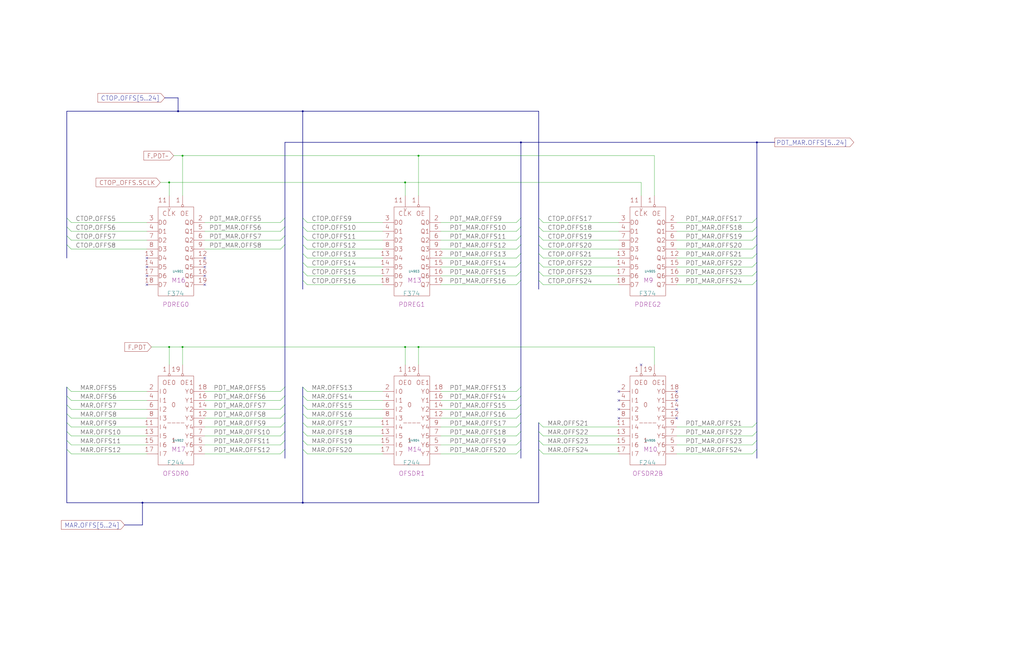
<source format=kicad_sch>
(kicad_sch (version 20211123) (generator eeschema)
  (paper "User" 584.2 378.46)
  (title_block (title "CSA OFFSET SELECT") (date "20-MAR-90") (rev "1.0") (comment 1 "FIU") (comment 2 "232-003065") (comment 3 "S400") (comment 4 "RELEASED"))
  (lib_symbols
    (symbol "r1000:F244" (pin_numbers hide) (pin_names (offset 1.016) hide)
      (property "Reference" "U" (at 2.54 5.08 0))
      (property "Value" "F244" (at -3.81 -7.62 0))
      (property "Location" "___" (at -1.27 0 0))
      (property "Name" "______" (at 1.27 -15.24 0))
      (symbol "F244_1_1"
        (rectangle (start -8.89 41.91) (end 11.43 -8.89))
        (circle (center -2.54 42.545) (radius 0.635))
        (circle (center 5.08 42.545) (radius 0.635))
        (text "-" (at -2.54 15.24 0) (effects (font (size 2.54 2.54))))
        (text "-" (at 0 15.24 0) (effects (font (size 2.54 2.54))))
        (text "-" (at 2.54 15.24 0) (effects (font (size 2.54 2.54))))
        (text "-" (at 5.08 15.24 0) (effects (font (size 2.54 2.54))))
        (text "0" (at -5.08 33.02 0) (effects (font (size 2.54 2.54))))
        (text "0" (at 0 25.4 0) (effects (font (size 2.54 2.54))))
        (text "0" (at 0 38.1 0) (effects (font (size 2.54 2.54))))
        (text "0" (at 10.16 33.02 0) (effects (font (size 2.54 2.54))))
        (text "1" (at -15.24 0 0) (effects (font (size 2.54 2.54))))
        (text "1" (at -15.24 5.08 0) (effects (font (size 2.54 2.54))))
        (text "1" (at -15.24 10.16 0) (effects (font (size 2.54 2.54))))
        (text "1" (at -15.24 15.24 0) (effects (font (size 2.54 2.54))))
        (text "1" (at -12.7 15.24 0) (effects (font (size 2.54 2.54))))
        (text "1" (at -5.08 27.94 0) (effects (font (size 2.54 2.54))))
        (text "1" (at -5.08 45.72 0) (effects (font (size 2.54 2.54))))
        (text "1" (at 0 5.08 0) (effects (font (size 2.54 2.54))))
        (text "1" (at 0 45.72 0) (effects (font (size 2.54 2.54))))
        (text "1" (at 10.16 27.94 0) (effects (font (size 2.54 2.54))))
        (text "1" (at 10.16 38.1 0) (effects (font (size 2.54 2.54))))
        (text "1" (at 15.24 20.32 0) (effects (font (size 2.54 2.54))))
        (text "1" (at 15.24 25.4 0) (effects (font (size 2.54 2.54))))
        (text "1" (at 15.24 30.48 0) (effects (font (size 2.54 2.54))))
        (text "1" (at 15.24 35.56 0) (effects (font (size 2.54 2.54))))
        (text "2" (at -12.7 35.56 0) (effects (font (size 2.54 2.54))))
        (text "2" (at -5.08 22.86 0) (effects (font (size 2.54 2.54))))
        (text "2" (at 10.16 22.86 0) (effects (font (size 2.54 2.54))))
        (text "2" (at 17.78 20.32 0) (effects (font (size 2.54 2.54))))
        (text "3" (at -12.7 10.16 0) (effects (font (size 2.54 2.54))))
        (text "3" (at -5.08 17.78 0) (effects (font (size 2.54 2.54))))
        (text "3" (at 10.16 17.78 0) (effects (font (size 2.54 2.54))))
        (text "3" (at 15.24 0 0) (effects (font (size 2.54 2.54))))
        (text "4" (at -12.7 30.48 0) (effects (font (size 2.54 2.54))))
        (text "4" (at -5.08 12.7 0) (effects (font (size 2.54 2.54))))
        (text "4" (at 10.16 12.7 0) (effects (font (size 2.54 2.54))))
        (text "4" (at 17.78 25.4 0) (effects (font (size 2.54 2.54))))
        (text "5" (at -12.7 5.08 0) (effects (font (size 2.54 2.54))))
        (text "5" (at -5.08 7.62 0) (effects (font (size 2.54 2.54))))
        (text "5" (at 10.16 7.62 0) (effects (font (size 2.54 2.54))))
        (text "5" (at 15.24 5.08 0) (effects (font (size 2.54 2.54))))
        (text "6" (at -12.7 25.4 0) (effects (font (size 2.54 2.54))))
        (text "6" (at -5.08 2.54 0) (effects (font (size 2.54 2.54))))
        (text "6" (at 10.16 2.54 0) (effects (font (size 2.54 2.54))))
        (text "6" (at 17.78 30.48 0) (effects (font (size 2.54 2.54))))
        (text "7" (at -12.7 0 0) (effects (font (size 2.54 2.54))))
        (text "7" (at -5.08 -2.54 0) (effects (font (size 2.54 2.54))))
        (text "7" (at 10.16 -2.54 0) (effects (font (size 2.54 2.54))))
        (text "7" (at 15.24 10.16 0) (effects (font (size 2.54 2.54))))
        (text "8" (at -12.7 20.32 0) (effects (font (size 2.54 2.54))))
        (text "8" (at 17.78 35.56 0) (effects (font (size 2.54 2.54))))
        (text "9" (at 2.54 45.72 0) (effects (font (size 2.54 2.54))))
        (text "9" (at 15.24 15.24 0) (effects (font (size 2.54 2.54))))
        (text "E" (at -2.54 38.1 0) (effects (font (size 2.54 2.54))))
        (text "E" (at 7.62 38.1 0) (effects (font (size 2.54 2.54))))
        (text "I" (at -7.62 -2.54 0) (effects (font (size 2.54 2.54))))
        (text "I" (at -7.62 2.54 0) (effects (font (size 2.54 2.54))))
        (text "I" (at -7.62 7.62 0) (effects (font (size 2.54 2.54))))
        (text "I" (at -7.62 12.7 0) (effects (font (size 2.54 2.54))))
        (text "I" (at -7.62 17.78 0) (effects (font (size 2.54 2.54))))
        (text "I" (at -7.62 22.86 0) (effects (font (size 2.54 2.54))))
        (text "I" (at -7.62 27.94 0) (effects (font (size 2.54 2.54))))
        (text "I" (at -7.62 33.02 0) (effects (font (size 2.54 2.54))))
        (text "O" (at -5.08 38.1 0) (effects (font (size 2.54 2.54))))
        (text "O" (at 5.08 38.1 0) (effects (font (size 2.54 2.54))))
        (text "Y" (at 7.62 -2.54 0) (effects (font (size 2.54 2.54))))
        (text "Y" (at 7.62 2.54 0) (effects (font (size 2.54 2.54))))
        (text "Y" (at 7.62 7.62 0) (effects (font (size 2.54 2.54))))
        (text "Y" (at 7.62 12.7 0) (effects (font (size 2.54 2.54))))
        (text "Y" (at 7.62 17.78 0) (effects (font (size 2.54 2.54))))
        (text "Y" (at 7.62 22.86 0) (effects (font (size 2.54 2.54))))
        (text "Y" (at 7.62 27.94 0) (effects (font (size 2.54 2.54))))
        (text "Y" (at 7.62 33.02 0) (effects (font (size 2.54 2.54))))
        (pin input line (at -2.54 48.26 270) (length 5.08) (name "OE0_") (number "1"))
        (pin input line (at -15.24 12.7 0) (length 6.35) (name "I4") (number "11"))
        (pin tri_state line (at 17.78 17.78 180) (length 6.35) (name "Y3") (number "12"))
        (pin input line (at -15.24 7.62 0) (length 6.35) (name "I5") (number "13"))
        (pin tri_state line (at 17.78 22.86 180) (length 6.35) (name "Y2") (number "14"))
        (pin input line (at -15.24 2.54 0) (length 6.35) (name "I6") (number "15"))
        (pin tri_state line (at 17.78 27.94 180) (length 6.35) (name "Y1") (number "16"))
        (pin input line (at -15.24 -2.54 0) (length 6.35) (name "I7") (number "17"))
        (pin tri_state line (at 17.78 33.02 180) (length 6.35) (name "Y0") (number "18"))
        (pin input line (at 5.08 48.26 270) (length 5.08) (name "OE1_") (number "19"))
        (pin input line (at -15.24 33.02 0) (length 6.35) (name "I0") (number "2"))
        (pin tri_state line (at 17.78 -2.54 180) (length 6.35) (name "Y7") (number "3"))
        (pin input line (at -15.24 27.94 0) (length 6.35) (name "I1") (number "4"))
        (pin tri_state line (at 17.78 2.54 180) (length 6.35) (name "Y6") (number "5"))
        (pin input line (at -15.24 22.86 0) (length 6.35) (name "I2") (number "6"))
        (pin tri_state line (at 17.78 7.62 180) (length 6.35) (name "Y5") (number "7"))
        (pin input line (at -15.24 17.78 0) (length 6.35) (name "I3") (number "8"))
        (pin tri_state line (at 17.78 12.7 180) (length 6.35) (name "Y4") (number "9"))
      )
    )
    (symbol "r1000:F374" (pin_numbers hide) (pin_names (offset 1.016) hide)
      (property "Reference" "U" (at 2.54 5.08 0))
      (property "Value" "F374" (at -3.81 -7.62 0))
      (property "Location" "___" (at -1.27 0 0))
      (property "Name" "______" (at 1.27 -15.24 0))
      (symbol "F374_1_1"
        (rectangle (start -8.89 41.91) (end 11.43 -8.89))
        (circle (center 5.08 42.545) (radius 0.635))
        (text "0" (at -5.08 33.02 0) (effects (font (size 2.54 2.54))))
        (text "0" (at 10.16 33.02 0) (effects (font (size 2.54 2.54))))
        (text "1" (at -15.24 0 0) (effects (font (size 2.54 2.54))))
        (text "1" (at -15.24 5.08 0) (effects (font (size 2.54 2.54))))
        (text "1" (at -15.24 10.16 0) (effects (font (size 2.54 2.54))))
        (text "1" (at -15.24 15.24 0) (effects (font (size 2.54 2.54))))
        (text "1" (at -7.62 45.72 0) (effects (font (size 2.54 2.54))))
        (text "1" (at -5.08 27.94 0) (effects (font (size 2.54 2.54))))
        (text "1" (at -5.08 45.72 0) (effects (font (size 2.54 2.54))))
        (text "1" (at 2.54 45.72 0) (effects (font (size 2.54 2.54))))
        (text "1" (at 10.16 27.94 0) (effects (font (size 2.54 2.54))))
        (text "1" (at 15.24 0 0) (effects (font (size 2.54 2.54))))
        (text "1" (at 15.24 5.08 0) (effects (font (size 2.54 2.54))))
        (text "1" (at 15.24 10.16 0) (effects (font (size 2.54 2.54))))
        (text "1" (at 15.24 15.24 0) (effects (font (size 2.54 2.54))))
        (text "2" (at -5.08 22.86 0) (effects (font (size 2.54 2.54))))
        (text "2" (at 10.16 22.86 0) (effects (font (size 2.54 2.54))))
        (text "2" (at 15.24 35.56 0) (effects (font (size 2.54 2.54))))
        (text "2" (at 17.78 15.24 0) (effects (font (size 2.54 2.54))))
        (text "3" (at -12.7 15.24 0) (effects (font (size 2.54 2.54))))
        (text "3" (at -12.7 35.56 0) (effects (font (size 2.54 2.54))))
        (text "3" (at -5.08 17.78 0) (effects (font (size 2.54 2.54))))
        (text "3" (at 10.16 17.78 0) (effects (font (size 2.54 2.54))))
        (text "4" (at -12.7 10.16 0) (effects (font (size 2.54 2.54))))
        (text "4" (at -12.7 30.48 0) (effects (font (size 2.54 2.54))))
        (text "4" (at -5.08 12.7 0) (effects (font (size 2.54 2.54))))
        (text "4" (at 10.16 12.7 0) (effects (font (size 2.54 2.54))))
        (text "5" (at -5.08 7.62 0) (effects (font (size 2.54 2.54))))
        (text "5" (at 10.16 7.62 0) (effects (font (size 2.54 2.54))))
        (text "5" (at 15.24 30.48 0) (effects (font (size 2.54 2.54))))
        (text "5" (at 17.78 10.16 0) (effects (font (size 2.54 2.54))))
        (text "6" (at -5.08 2.54 0) (effects (font (size 2.54 2.54))))
        (text "6" (at 10.16 2.54 0) (effects (font (size 2.54 2.54))))
        (text "6" (at 15.24 25.4 0) (effects (font (size 2.54 2.54))))
        (text "6" (at 17.78 5.08 0) (effects (font (size 2.54 2.54))))
        (text "7" (at -12.7 5.08 0) (effects (font (size 2.54 2.54))))
        (text "7" (at -12.7 25.4 0) (effects (font (size 2.54 2.54))))
        (text "7" (at -5.08 -2.54 0) (effects (font (size 2.54 2.54))))
        (text "7" (at 10.16 -2.54 0) (effects (font (size 2.54 2.54))))
        (text "8" (at -12.7 0 0) (effects (font (size 2.54 2.54))))
        (text "8" (at -12.7 20.32 0) (effects (font (size 2.54 2.54))))
        (text "9" (at 15.24 20.32 0) (effects (font (size 2.54 2.54))))
        (text "9" (at 17.78 0 0) (effects (font (size 2.54 2.54))))
        (text "C" (at -5.08 38.1 0) (effects (font (size 2.54 2.54))))
        (text "D" (at -7.62 -2.54 0) (effects (font (size 2.54 2.54))))
        (text "D" (at -7.62 2.54 0) (effects (font (size 2.54 2.54))))
        (text "D" (at -7.62 7.62 0) (effects (font (size 2.54 2.54))))
        (text "D" (at -7.62 12.7 0) (effects (font (size 2.54 2.54))))
        (text "D" (at -7.62 17.78 0) (effects (font (size 2.54 2.54))))
        (text "D" (at -7.62 22.86 0) (effects (font (size 2.54 2.54))))
        (text "D" (at -7.62 27.94 0) (effects (font (size 2.54 2.54))))
        (text "D" (at -7.62 33.02 0) (effects (font (size 2.54 2.54))))
        (text "E" (at 7.62 38.1 0) (effects (font (size 2.54 2.54))))
        (text "K" (at 0 38.1 0) (effects (font (size 2.54 2.54))))
        (text "L" (at -2.54 38.1 0) (effects (font (size 2.54 2.54))))
        (text "O" (at 5.08 38.1 0) (effects (font (size 2.54 2.54))))
        (text "Q" (at 7.62 -2.54 0) (effects (font (size 2.54 2.54))))
        (text "Q" (at 7.62 2.54 0) (effects (font (size 2.54 2.54))))
        (text "Q" (at 7.62 7.62 0) (effects (font (size 2.54 2.54))))
        (text "Q" (at 7.62 12.7 0) (effects (font (size 2.54 2.54))))
        (text "Q" (at 7.62 17.78 0) (effects (font (size 2.54 2.54))))
        (text "Q" (at 7.62 22.86 0) (effects (font (size 2.54 2.54))))
        (text "Q" (at 7.62 27.94 0) (effects (font (size 2.54 2.54))))
        (text "Q" (at 7.62 33.02 0) (effects (font (size 2.54 2.54))))
        (text "v" (at -2.54 40.64 0) (effects (font (size 2.54 2.54))))
        (pin input line (at 5.08 48.26 270) (length 5.08) (name "OE_") (number "1"))
        (pin input line (at -2.54 48.26 270) (length 6.35) (name "CLK") (number "11"))
        (pin tri_state line (at 17.78 12.7 180) (length 6.35) (name "Q4") (number "12"))
        (pin input line (at -15.24 12.7 0) (length 6.35) (name "D4") (number "13"))
        (pin input line (at -15.24 7.62 0) (length 6.35) (name "D5") (number "14"))
        (pin tri_state line (at 17.78 7.62 180) (length 6.35) (name "Q5") (number "15"))
        (pin tri_state line (at 17.78 2.54 180) (length 6.35) (name "Q6") (number "16"))
        (pin input line (at -15.24 2.54 0) (length 6.35) (name "D6") (number "17"))
        (pin input line (at -15.24 -2.54 0) (length 6.35) (name "D7") (number "18"))
        (pin tri_state line (at 17.78 -2.54 180) (length 6.35) (name "Q7") (number "19"))
        (pin tri_state line (at 17.78 33.02 180) (length 6.35) (name "Q0") (number "2"))
        (pin input line (at -15.24 33.02 0) (length 6.35) (name "D0") (number "3"))
        (pin input line (at -15.24 27.94 0) (length 6.35) (name "D1") (number "4"))
        (pin tri_state line (at 17.78 27.94 180) (length 6.35) (name "Q1") (number "5"))
        (pin tri_state line (at 17.78 22.86 180) (length 6.35) (name "Q2") (number "6"))
        (pin input line (at -15.24 22.86 0) (length 6.35) (name "D2") (number "7"))
        (pin input line (at -15.24 17.78 0) (length 6.35) (name "D3") (number "8"))
        (pin tri_state line (at 17.78 17.78 180) (length 6.35) (name "Q3") (number "9"))
      )
    )
  )
  (bus (pts (xy 101.6 55.88) (xy 101.6 63.5)))
  (bus (pts (xy 101.6 63.5) (xy 38.1 63.5)))
  (bus (pts (xy 162.56 124.46) (xy 162.56 129.54)))
  (bus (pts (xy 162.56 129.54) (xy 162.56 134.62)))
  (bus (pts (xy 162.56 134.62) (xy 162.56 139.7)))
  (bus (pts (xy 162.56 139.7) (xy 162.56 220.98)))
  (bus (pts (xy 162.56 220.98) (xy 162.56 226.06)))
  (bus (pts (xy 162.56 226.06) (xy 162.56 231.14)))
  (bus (pts (xy 162.56 231.14) (xy 162.56 236.22)))
  (bus (pts (xy 162.56 236.22) (xy 162.56 241.3)))
  (bus (pts (xy 162.56 241.3) (xy 162.56 246.38)))
  (bus (pts (xy 162.56 246.38) (xy 162.56 251.46)))
  (bus (pts (xy 162.56 251.46) (xy 162.56 256.54)))
  (bus (pts (xy 162.56 256.54) (xy 162.56 261.62)))
  (bus (pts (xy 162.56 81.28) (xy 162.56 124.46)))
  (bus (pts (xy 162.56 81.28) (xy 297.18 81.28)))
  (bus (pts (xy 172.72 124.46) (xy 172.72 129.54)))
  (bus (pts (xy 172.72 129.54) (xy 172.72 134.62)))
  (bus (pts (xy 172.72 134.62) (xy 172.72 139.7)))
  (bus (pts (xy 172.72 139.7) (xy 172.72 144.78)))
  (bus (pts (xy 172.72 144.78) (xy 172.72 149.86)))
  (bus (pts (xy 172.72 149.86) (xy 172.72 154.94)))
  (bus (pts (xy 172.72 154.94) (xy 172.72 160.02)))
  (bus (pts (xy 172.72 160.02) (xy 172.72 165.1)))
  (bus (pts (xy 172.72 220.98) (xy 172.72 226.06)))
  (bus (pts (xy 172.72 226.06) (xy 172.72 231.14)))
  (bus (pts (xy 172.72 231.14) (xy 172.72 236.22)))
  (bus (pts (xy 172.72 236.22) (xy 172.72 241.3)))
  (bus (pts (xy 172.72 241.3) (xy 172.72 246.38)))
  (bus (pts (xy 172.72 246.38) (xy 172.72 251.46)))
  (bus (pts (xy 172.72 251.46) (xy 172.72 256.54)))
  (bus (pts (xy 172.72 256.54) (xy 172.72 287.02)))
  (bus (pts (xy 172.72 287.02) (xy 81.28 287.02)))
  (bus (pts (xy 172.72 63.5) (xy 101.6 63.5)))
  (bus (pts (xy 172.72 63.5) (xy 172.72 124.46)))
  (bus (pts (xy 297.18 124.46) (xy 297.18 129.54)))
  (bus (pts (xy 297.18 129.54) (xy 297.18 134.62)))
  (bus (pts (xy 297.18 134.62) (xy 297.18 139.7)))
  (bus (pts (xy 297.18 139.7) (xy 297.18 144.78)))
  (bus (pts (xy 297.18 144.78) (xy 297.18 149.86)))
  (bus (pts (xy 297.18 149.86) (xy 297.18 154.94)))
  (bus (pts (xy 297.18 154.94) (xy 297.18 160.02)))
  (bus (pts (xy 297.18 160.02) (xy 297.18 220.98)))
  (bus (pts (xy 297.18 220.98) (xy 297.18 226.06)))
  (bus (pts (xy 297.18 226.06) (xy 297.18 231.14)))
  (bus (pts (xy 297.18 231.14) (xy 297.18 236.22)))
  (bus (pts (xy 297.18 236.22) (xy 297.18 241.3)))
  (bus (pts (xy 297.18 241.3) (xy 297.18 246.38)))
  (bus (pts (xy 297.18 246.38) (xy 297.18 251.46)))
  (bus (pts (xy 297.18 251.46) (xy 297.18 256.54)))
  (bus (pts (xy 297.18 256.54) (xy 297.18 261.62)))
  (bus (pts (xy 297.18 81.28) (xy 297.18 124.46)))
  (bus (pts (xy 297.18 81.28) (xy 431.8 81.28)))
  (bus (pts (xy 307.34 124.46) (xy 307.34 129.54)))
  (bus (pts (xy 307.34 129.54) (xy 307.34 134.62)))
  (bus (pts (xy 307.34 134.62) (xy 307.34 139.7)))
  (bus (pts (xy 307.34 139.7) (xy 307.34 144.78)))
  (bus (pts (xy 307.34 144.78) (xy 307.34 149.86)))
  (bus (pts (xy 307.34 149.86) (xy 307.34 154.94)))
  (bus (pts (xy 307.34 154.94) (xy 307.34 160.02)))
  (bus (pts (xy 307.34 160.02) (xy 307.34 165.1)))
  (bus (pts (xy 307.34 241.3) (xy 307.34 246.38)))
  (bus (pts (xy 307.34 246.38) (xy 307.34 251.46)))
  (bus (pts (xy 307.34 251.46) (xy 307.34 256.54)))
  (bus (pts (xy 307.34 256.54) (xy 307.34 287.02)))
  (bus (pts (xy 307.34 287.02) (xy 172.72 287.02)))
  (bus (pts (xy 307.34 63.5) (xy 172.72 63.5)))
  (bus (pts (xy 307.34 63.5) (xy 307.34 124.46)))
  (bus (pts (xy 38.1 124.46) (xy 38.1 129.54)))
  (bus (pts (xy 38.1 129.54) (xy 38.1 134.62)))
  (bus (pts (xy 38.1 134.62) (xy 38.1 139.7)))
  (bus (pts (xy 38.1 139.7) (xy 38.1 147.32)))
  (bus (pts (xy 38.1 220.98) (xy 38.1 226.06)))
  (bus (pts (xy 38.1 226.06) (xy 38.1 231.14)))
  (bus (pts (xy 38.1 231.14) (xy 38.1 236.22)))
  (bus (pts (xy 38.1 236.22) (xy 38.1 241.3)))
  (bus (pts (xy 38.1 241.3) (xy 38.1 246.38)))
  (bus (pts (xy 38.1 246.38) (xy 38.1 251.46)))
  (bus (pts (xy 38.1 251.46) (xy 38.1 256.54)))
  (bus (pts (xy 38.1 256.54) (xy 38.1 287.02)))
  (bus (pts (xy 38.1 63.5) (xy 38.1 124.46)))
  (bus (pts (xy 431.8 124.46) (xy 431.8 129.54)))
  (bus (pts (xy 431.8 129.54) (xy 431.8 134.62)))
  (bus (pts (xy 431.8 134.62) (xy 431.8 139.7)))
  (bus (pts (xy 431.8 139.7) (xy 431.8 144.78)))
  (bus (pts (xy 431.8 144.78) (xy 431.8 149.86)))
  (bus (pts (xy 431.8 149.86) (xy 431.8 154.94)))
  (bus (pts (xy 431.8 154.94) (xy 431.8 160.02)))
  (bus (pts (xy 431.8 160.02) (xy 431.8 241.3)))
  (bus (pts (xy 431.8 241.3) (xy 431.8 246.38)))
  (bus (pts (xy 431.8 246.38) (xy 431.8 251.46)))
  (bus (pts (xy 431.8 251.46) (xy 431.8 256.54)))
  (bus (pts (xy 431.8 256.54) (xy 431.8 261.62)))
  (bus (pts (xy 431.8 81.28) (xy 431.8 124.46)))
  (bus (pts (xy 431.8 81.28) (xy 441.96 81.28)))
  (bus (pts (xy 71.12 299.72) (xy 81.28 299.72)))
  (bus (pts (xy 81.28 287.02) (xy 38.1 287.02)))
  (bus (pts (xy 81.28 299.72) (xy 81.28 287.02)))
  (bus (pts (xy 93.98 55.88) (xy 101.6 55.88)))
  (wire (pts (xy 104.14 198.12) (xy 104.14 208.28)))
  (wire (pts (xy 104.14 198.12) (xy 231.14 198.12)))
  (wire (pts (xy 104.14 88.9) (xy 104.14 111.76)))
  (wire (pts (xy 104.14 88.9) (xy 238.76 88.9)))
  (wire (pts (xy 116.84 127) (xy 160.02 127)))
  (wire (pts (xy 116.84 132.08) (xy 160.02 132.08)))
  (wire (pts (xy 116.84 137.16) (xy 160.02 137.16)))
  (wire (pts (xy 116.84 142.24) (xy 160.02 142.24)))
  (wire (pts (xy 160.02 223.52) (xy 116.84 223.52)))
  (wire (pts (xy 160.02 228.6) (xy 116.84 228.6)))
  (wire (pts (xy 160.02 233.68) (xy 116.84 233.68)))
  (wire (pts (xy 160.02 238.76) (xy 116.84 238.76)))
  (wire (pts (xy 160.02 243.84) (xy 116.84 243.84)))
  (wire (pts (xy 160.02 248.92) (xy 116.84 248.92)))
  (wire (pts (xy 160.02 254) (xy 116.84 254)))
  (wire (pts (xy 160.02 259.08) (xy 116.84 259.08)))
  (wire (pts (xy 175.26 127) (xy 218.44 127)))
  (wire (pts (xy 175.26 132.08) (xy 218.44 132.08)))
  (wire (pts (xy 175.26 137.16) (xy 218.44 137.16)))
  (wire (pts (xy 175.26 142.24) (xy 218.44 142.24)))
  (wire (pts (xy 175.26 147.32) (xy 218.44 147.32)))
  (wire (pts (xy 175.26 152.4) (xy 218.44 152.4)))
  (wire (pts (xy 175.26 157.48) (xy 218.44 157.48)))
  (wire (pts (xy 175.26 162.56) (xy 218.44 162.56)))
  (wire (pts (xy 175.26 223.52) (xy 218.44 223.52)))
  (wire (pts (xy 175.26 228.6) (xy 218.44 228.6)))
  (wire (pts (xy 175.26 233.68) (xy 218.44 233.68)))
  (wire (pts (xy 175.26 238.76) (xy 218.44 238.76)))
  (wire (pts (xy 175.26 243.84) (xy 218.44 243.84)))
  (wire (pts (xy 175.26 248.92) (xy 218.44 248.92)))
  (wire (pts (xy 175.26 254) (xy 218.44 254)))
  (wire (pts (xy 175.26 259.08) (xy 218.44 259.08)))
  (wire (pts (xy 231.14 104.14) (xy 231.14 111.76)))
  (wire (pts (xy 231.14 104.14) (xy 365.76 104.14)))
  (wire (pts (xy 231.14 198.12) (xy 238.76 198.12)))
  (wire (pts (xy 231.14 208.28) (xy 231.14 198.12)))
  (wire (pts (xy 238.76 198.12) (xy 238.76 208.28)))
  (wire (pts (xy 238.76 198.12) (xy 373.38 198.12)))
  (wire (pts (xy 238.76 88.9) (xy 238.76 111.76)))
  (wire (pts (xy 238.76 88.9) (xy 373.38 88.9)))
  (wire (pts (xy 251.46 127) (xy 294.64 127)))
  (wire (pts (xy 251.46 132.08) (xy 294.64 132.08)))
  (wire (pts (xy 251.46 137.16) (xy 294.64 137.16)))
  (wire (pts (xy 251.46 142.24) (xy 294.64 142.24)))
  (wire (pts (xy 251.46 147.32) (xy 294.64 147.32)))
  (wire (pts (xy 251.46 152.4) (xy 294.64 152.4)))
  (wire (pts (xy 251.46 157.48) (xy 294.64 157.48)))
  (wire (pts (xy 251.46 162.56) (xy 294.64 162.56)))
  (wire (pts (xy 294.64 223.52) (xy 251.46 223.52)))
  (wire (pts (xy 294.64 228.6) (xy 251.46 228.6)))
  (wire (pts (xy 294.64 233.68) (xy 251.46 233.68)))
  (wire (pts (xy 294.64 238.76) (xy 251.46 238.76)))
  (wire (pts (xy 294.64 243.84) (xy 251.46 243.84)))
  (wire (pts (xy 294.64 248.92) (xy 251.46 248.92)))
  (wire (pts (xy 294.64 254) (xy 251.46 254)))
  (wire (pts (xy 294.64 259.08) (xy 251.46 259.08)))
  (wire (pts (xy 309.88 127) (xy 353.06 127)))
  (wire (pts (xy 309.88 132.08) (xy 353.06 132.08)))
  (wire (pts (xy 309.88 137.16) (xy 353.06 137.16)))
  (wire (pts (xy 309.88 142.24) (xy 353.06 142.24)))
  (wire (pts (xy 309.88 147.32) (xy 353.06 147.32)))
  (wire (pts (xy 309.88 152.4) (xy 353.06 152.4)))
  (wire (pts (xy 309.88 157.48) (xy 353.06 157.48)))
  (wire (pts (xy 309.88 162.56) (xy 353.06 162.56)))
  (wire (pts (xy 309.88 243.84) (xy 353.06 243.84)))
  (wire (pts (xy 309.88 248.92) (xy 353.06 248.92)))
  (wire (pts (xy 309.88 254) (xy 353.06 254)))
  (wire (pts (xy 309.88 259.08) (xy 353.06 259.08)))
  (wire (pts (xy 365.76 104.14) (xy 365.76 111.76)))
  (wire (pts (xy 373.38 208.28) (xy 373.38 198.12)))
  (wire (pts (xy 373.38 88.9) (xy 373.38 111.76)))
  (wire (pts (xy 386.08 243.84) (xy 429.26 243.84)))
  (wire (pts (xy 386.08 248.92) (xy 429.26 248.92)))
  (wire (pts (xy 386.08 254) (xy 429.26 254)))
  (wire (pts (xy 386.08 259.08) (xy 429.26 259.08)))
  (wire (pts (xy 40.64 127) (xy 83.82 127)))
  (wire (pts (xy 40.64 132.08) (xy 83.82 132.08)))
  (wire (pts (xy 40.64 137.16) (xy 83.82 137.16)))
  (wire (pts (xy 40.64 142.24) (xy 83.82 142.24)))
  (wire (pts (xy 40.64 223.52) (xy 83.82 223.52)))
  (wire (pts (xy 40.64 228.6) (xy 83.82 228.6)))
  (wire (pts (xy 40.64 233.68) (xy 83.82 233.68)))
  (wire (pts (xy 40.64 238.76) (xy 83.82 238.76)))
  (wire (pts (xy 40.64 243.84) (xy 83.82 243.84)))
  (wire (pts (xy 40.64 248.92) (xy 83.82 248.92)))
  (wire (pts (xy 40.64 254) (xy 83.82 254)))
  (wire (pts (xy 40.64 259.08) (xy 83.82 259.08)))
  (wire (pts (xy 429.26 127) (xy 386.08 127)))
  (wire (pts (xy 429.26 132.08) (xy 386.08 132.08)))
  (wire (pts (xy 429.26 137.16) (xy 386.08 137.16)))
  (wire (pts (xy 429.26 142.24) (xy 386.08 142.24)))
  (wire (pts (xy 429.26 147.32) (xy 386.08 147.32)))
  (wire (pts (xy 429.26 152.4) (xy 386.08 152.4)))
  (wire (pts (xy 429.26 157.48) (xy 386.08 157.48)))
  (wire (pts (xy 429.26 162.56) (xy 386.08 162.56)))
  (wire (pts (xy 86.36 198.12) (xy 96.52 198.12)))
  (wire (pts (xy 91.44 104.14) (xy 96.52 104.14)))
  (wire (pts (xy 96.52 104.14) (xy 231.14 104.14)))
  (wire (pts (xy 96.52 104.14) (xy 96.52 111.76)))
  (wire (pts (xy 96.52 198.12) (xy 104.14 198.12)))
  (wire (pts (xy 96.52 208.28) (xy 96.52 198.12)))
  (wire (pts (xy 99.06 88.9) (xy 104.14 88.9)))
  (bus_entry (at 38.1 124.46) (size 2.54 2.54))
  (bus_entry (at 38.1 129.54) (size 2.54 2.54))
  (bus_entry (at 38.1 134.62) (size 2.54 2.54))
  (bus_entry (at 38.1 139.7) (size 2.54 2.54))
  (bus_entry (at 38.1 220.98) (size 2.54 2.54))
  (bus_entry (at 38.1 226.06) (size 2.54 2.54))
  (bus_entry (at 38.1 231.14) (size 2.54 2.54))
  (bus_entry (at 38.1 236.22) (size 2.54 2.54))
  (bus_entry (at 38.1 241.3) (size 2.54 2.54))
  (bus_entry (at 38.1 246.38) (size 2.54 2.54))
  (bus_entry (at 38.1 251.46) (size 2.54 2.54))
  (bus_entry (at 38.1 256.54) (size 2.54 2.54))
  (label "CTOP.OFFS5" (at 43.18 127 0) (effects (font (size 2.54 2.54))))
  (label "CTOP.OFFS6" (at 43.18 132.08 0) (effects (font (size 2.54 2.54))))
  (label "CTOP.OFFS7" (at 43.18 137.16 0) (effects (font (size 2.54 2.54))))
  (label "CTOP.OFFS8" (at 43.18 142.24 0) (effects (font (size 2.54 2.54))))
  (label "MAR.OFFS5" (at 45.72 223.52 0) (effects (font (size 2.54 2.54))))
  (label "MAR.OFFS6" (at 45.72 228.6 0) (effects (font (size 2.54 2.54))))
  (label "MAR.OFFS7" (at 45.72 233.68 0) (effects (font (size 2.54 2.54))))
  (label "MAR.OFFS8" (at 45.72 238.76 0) (effects (font (size 2.54 2.54))))
  (label "MAR.OFFS9" (at 45.72 243.84 0) (effects (font (size 2.54 2.54))))
  (label "MAR.OFFS10" (at 45.72 248.92 0) (effects (font (size 2.54 2.54))))
  (label "MAR.OFFS11" (at 45.72 254 0) (effects (font (size 2.54 2.54))))
  (label "MAR.OFFS12" (at 45.72 259.08 0) (effects (font (size 2.54 2.54))))
  (global_label "MAR.OFFS[5..24]" (shape input) (at 71.12 299.72 180) (effects (font (size 2.54 2.54))) (property "Intersheet References" "${INTERSHEET_REFS}" (at 34.9673 299.5613 0) (effects (font (size 2.54 2.54)) (justify right))))
  (junction (at 81.28 287.02))
  (no_connect (at 83.82 147.32))
  (no_connect (at 83.82 152.4))
  (no_connect (at 83.82 157.48))
  (no_connect (at 83.82 162.56))
  (global_label "F.PDT" (shape input) (at 86.36 198.12 180) (effects (font (size 2.54 2.54))) (property "Intersheet References" "${INTERSHEET_REFS}" (at 71.1321 197.9613 0) (effects (font (size 2.54 2.54)) (justify right))))
  (global_label "CTOP_OFFS.SCLK" (shape input) (at 91.44 104.14 180) (effects (font (size 2.54 2.54))) (property "Intersheet References" "${INTERSHEET_REFS}" (at 54.8035 103.9813 0) (effects (font (size 2.54 2.54)) (justify right))))
  (global_label "CTOP.OFFS[5..24]" (shape input) (at 93.98 55.88 180) (effects (font (size 2.54 2.54))) (property "Intersheet References" "${INTERSHEET_REFS}" (at 55.7711 55.7213 0) (effects (font (size 2.54 2.54)) (justify right))))
  (junction (at 96.52 104.14))
  (junction (at 96.52 198.12))
  (global_label "F.PDT~" (shape input) (at 99.06 88.9 180) (effects (font (size 2.54 2.54))) (property "Intersheet References" "${INTERSHEET_REFS}" (at 82.0178 88.7413 0) (effects (font (size 2.54 2.54)) (justify right))))
  (symbol (lib_id "r1000:F374") (at 99.06 160.02 0) (unit 1)
    (property "Reference" "U4901" (at 101.6 154.94 0))
    (property "Value" "F374" (at 95.25 167.64 0) (effects (font (size 2.54 2.54)) (justify left)))
    (property "Location" "M16" (at 97.79 160.02 0) (effects (font (size 2.54 2.54)) (justify left)))
    (property "Name" "PDREG0" (at 100.33 175.26 0) (effects (font (size 2.54 2.54)) (justify bottom)))
  )
  (symbol (lib_id "r1000:F244") (at 99.06 256.54 0) (unit 1)
    (property "Reference" "U4902" (at 101.6 251.46 0))
    (property "Value" "F244" (at 95.25 264.16 0) (effects (font (size 2.54 2.54)) (justify left)))
    (property "Location" "M17" (at 97.79 256.54 0) (effects (font (size 2.54 2.54)) (justify left)))
    (property "Name" "OFSDR0" (at 100.33 271.78 0) (effects (font (size 2.54 2.54)) (justify bottom)))
  )
  (junction (at 101.6 63.5))
  (junction (at 104.14 88.9))
  (junction (at 104.14 198.12))
  (no_connect (at 116.84 147.32))
  (no_connect (at 116.84 152.4))
  (no_connect (at 116.84 157.48))
  (no_connect (at 116.84 162.56))
  (label "PDT_MAR.OFFS5" (at 119.38 127 0) (effects (font (size 2.54 2.54))))
  (label "PDT_MAR.OFFS6" (at 119.38 132.08 0) (effects (font (size 2.54 2.54))))
  (label "PDT_MAR.OFFS7" (at 119.38 137.16 0) (effects (font (size 2.54 2.54))))
  (label "PDT_MAR.OFFS8" (at 119.38 142.24 0) (effects (font (size 2.54 2.54))))
  (label "PDT_MAR.OFFS5" (at 121.92 223.52 0) (effects (font (size 2.54 2.54))))
  (label "PDT_MAR.OFFS6" (at 121.92 228.6 0) (effects (font (size 2.54 2.54))))
  (label "PDT_MAR.OFFS7" (at 121.92 233.68 0) (effects (font (size 2.54 2.54))))
  (label "PDT_MAR.OFFS8" (at 121.92 238.76 0) (effects (font (size 2.54 2.54))))
  (label "PDT_MAR.OFFS9" (at 121.92 243.84 0) (effects (font (size 2.54 2.54))))
  (label "PDT_MAR.OFFS10" (at 121.92 248.92 0) (effects (font (size 2.54 2.54))))
  (label "PDT_MAR.OFFS11" (at 121.92 254 0) (effects (font (size 2.54 2.54))))
  (label "PDT_MAR.OFFS12" (at 121.92 259.08 0) (effects (font (size 2.54 2.54))))
  (bus_entry (at 162.56 124.46) (size -2.54 2.54))
  (bus_entry (at 162.56 129.54) (size -2.54 2.54))
  (bus_entry (at 162.56 134.62) (size -2.54 2.54))
  (bus_entry (at 162.56 139.7) (size -2.54 2.54))
  (bus_entry (at 162.56 220.98) (size -2.54 2.54))
  (bus_entry (at 162.56 226.06) (size -2.54 2.54))
  (bus_entry (at 162.56 231.14) (size -2.54 2.54))
  (bus_entry (at 162.56 236.22) (size -2.54 2.54))
  (bus_entry (at 162.56 241.3) (size -2.54 2.54))
  (bus_entry (at 162.56 246.38) (size -2.54 2.54))
  (bus_entry (at 162.56 251.46) (size -2.54 2.54))
  (bus_entry (at 162.56 256.54) (size -2.54 2.54))
  (junction (at 172.72 63.5))
  (bus_entry (at 172.72 124.46) (size 2.54 2.54))
  (bus_entry (at 172.72 129.54) (size 2.54 2.54))
  (bus_entry (at 172.72 134.62) (size 2.54 2.54))
  (bus_entry (at 172.72 139.7) (size 2.54 2.54))
  (bus_entry (at 172.72 144.78) (size 2.54 2.54))
  (bus_entry (at 172.72 149.86) (size 2.54 2.54))
  (bus_entry (at 172.72 154.94) (size 2.54 2.54))
  (bus_entry (at 172.72 160.02) (size 2.54 2.54))
  (bus_entry (at 172.72 220.98) (size 2.54 2.54))
  (bus_entry (at 172.72 226.06) (size 2.54 2.54))
  (bus_entry (at 172.72 231.14) (size 2.54 2.54))
  (bus_entry (at 172.72 236.22) (size 2.54 2.54))
  (bus_entry (at 172.72 241.3) (size 2.54 2.54))
  (bus_entry (at 172.72 246.38) (size 2.54 2.54))
  (bus_entry (at 172.72 251.46) (size 2.54 2.54))
  (bus_entry (at 172.72 256.54) (size 2.54 2.54))
  (junction (at 172.72 287.02))
  (label "CTOP.OFFS9" (at 177.8 127 0) (effects (font (size 2.54 2.54))))
  (label "CTOP.OFFS10" (at 177.8 132.08 0) (effects (font (size 2.54 2.54))))
  (label "CTOP.OFFS11" (at 177.8 137.16 0) (effects (font (size 2.54 2.54))))
  (label "CTOP.OFFS12" (at 177.8 142.24 0) (effects (font (size 2.54 2.54))))
  (label "CTOP.OFFS13" (at 177.8 147.32 0) (effects (font (size 2.54 2.54))))
  (label "CTOP.OFFS14" (at 177.8 152.4 0) (effects (font (size 2.54 2.54))))
  (label "CTOP.OFFS15" (at 177.8 157.48 0) (effects (font (size 2.54 2.54))))
  (label "CTOP.OFFS16" (at 177.8 162.56 0) (effects (font (size 2.54 2.54))))
  (label "MAR.OFFS13" (at 177.8 223.52 0) (effects (font (size 2.54 2.54))))
  (label "MAR.OFFS14" (at 177.8 228.6 0) (effects (font (size 2.54 2.54))))
  (label "MAR.OFFS15" (at 177.8 233.68 0) (effects (font (size 2.54 2.54))))
  (label "MAR.OFFS16" (at 177.8 238.76 0) (effects (font (size 2.54 2.54))))
  (label "MAR.OFFS17" (at 177.8 243.84 0) (effects (font (size 2.54 2.54))))
  (label "MAR.OFFS18" (at 177.8 248.92 0) (effects (font (size 2.54 2.54))))
  (label "MAR.OFFS19" (at 177.8 254 0) (effects (font (size 2.54 2.54))))
  (label "MAR.OFFS20" (at 177.8 259.08 0) (effects (font (size 2.54 2.54))))
  (junction (at 231.14 104.14))
  (junction (at 231.14 198.12))
  (symbol (lib_id "r1000:F374") (at 233.68 160.02 0) (unit 1)
    (property "Reference" "U4903" (at 236.22 154.94 0))
    (property "Value" "F374" (at 229.87 167.64 0) (effects (font (size 2.54 2.54)) (justify left)))
    (property "Location" "M13" (at 232.41 160.02 0) (effects (font (size 2.54 2.54)) (justify left)))
    (property "Name" "PDREG1" (at 234.95 175.26 0) (effects (font (size 2.54 2.54)) (justify bottom)))
  )
  (symbol (lib_id "r1000:F244") (at 233.68 256.54 0) (unit 1)
    (property "Reference" "U4904" (at 236.22 251.46 0))
    (property "Value" "F244" (at 229.87 264.16 0) (effects (font (size 2.54 2.54)) (justify left)))
    (property "Location" "M14" (at 232.41 256.54 0) (effects (font (size 2.54 2.54)) (justify left)))
    (property "Name" "OFSDR1" (at 234.95 271.78 0) (effects (font (size 2.54 2.54)) (justify bottom)))
  )
  (junction (at 238.76 88.9))
  (junction (at 238.76 198.12))
  (label "PDT_MAR.OFFS9" (at 256.54 127 0) (effects (font (size 2.54 2.54))))
  (label "PDT_MAR.OFFS10" (at 256.54 132.08 0) (effects (font (size 2.54 2.54))))
  (label "PDT_MAR.OFFS11" (at 256.54 137.16 0) (effects (font (size 2.54 2.54))))
  (label "PDT_MAR.OFFS12" (at 256.54 142.24 0) (effects (font (size 2.54 2.54))))
  (label "PDT_MAR.OFFS13" (at 256.54 147.32 0) (effects (font (size 2.54 2.54))))
  (label "PDT_MAR.OFFS14" (at 256.54 152.4 0) (effects (font (size 2.54 2.54))))
  (label "PDT_MAR.OFFS15" (at 256.54 157.48 0) (effects (font (size 2.54 2.54))))
  (label "PDT_MAR.OFFS16" (at 256.54 162.56 0) (effects (font (size 2.54 2.54))))
  (label "PDT_MAR.OFFS13" (at 256.54 223.52 0) (effects (font (size 2.54 2.54))))
  (label "PDT_MAR.OFFS14" (at 256.54 228.6 0) (effects (font (size 2.54 2.54))))
  (label "PDT_MAR.OFFS15" (at 256.54 233.68 0) (effects (font (size 2.54 2.54))))
  (label "PDT_MAR.OFFS16" (at 256.54 238.76 0) (effects (font (size 2.54 2.54))))
  (label "PDT_MAR.OFFS17" (at 256.54 243.84 0) (effects (font (size 2.54 2.54))))
  (label "PDT_MAR.OFFS18" (at 256.54 248.92 0) (effects (font (size 2.54 2.54))))
  (label "PDT_MAR.OFFS19" (at 256.54 254 0) (effects (font (size 2.54 2.54))))
  (label "PDT_MAR.OFFS20" (at 256.54 259.08 0) (effects (font (size 2.54 2.54))))
  (junction (at 297.18 81.28))
  (bus_entry (at 297.18 124.46) (size -2.54 2.54))
  (bus_entry (at 297.18 129.54) (size -2.54 2.54))
  (bus_entry (at 297.18 134.62) (size -2.54 2.54))
  (bus_entry (at 297.18 139.7) (size -2.54 2.54))
  (bus_entry (at 297.18 144.78) (size -2.54 2.54))
  (bus_entry (at 297.18 149.86) (size -2.54 2.54))
  (bus_entry (at 297.18 154.94) (size -2.54 2.54))
  (bus_entry (at 297.18 160.02) (size -2.54 2.54))
  (bus_entry (at 297.18 220.98) (size -2.54 2.54))
  (bus_entry (at 297.18 226.06) (size -2.54 2.54))
  (bus_entry (at 297.18 231.14) (size -2.54 2.54))
  (bus_entry (at 297.18 236.22) (size -2.54 2.54))
  (bus_entry (at 297.18 241.3) (size -2.54 2.54))
  (bus_entry (at 297.18 246.38) (size -2.54 2.54))
  (bus_entry (at 297.18 251.46) (size -2.54 2.54))
  (bus_entry (at 297.18 256.54) (size -2.54 2.54))
  (bus_entry (at 307.34 124.46) (size 2.54 2.54))
  (bus_entry (at 307.34 129.54) (size 2.54 2.54))
  (bus_entry (at 307.34 134.62) (size 2.54 2.54))
  (bus_entry (at 307.34 139.7) (size 2.54 2.54))
  (bus_entry (at 307.34 144.78) (size 2.54 2.54))
  (bus_entry (at 307.34 149.86) (size 2.54 2.54))
  (bus_entry (at 307.34 154.94) (size 2.54 2.54))
  (bus_entry (at 307.34 160.02) (size 2.54 2.54))
  (bus_entry (at 307.34 241.3) (size 2.54 2.54))
  (bus_entry (at 307.34 246.38) (size 2.54 2.54))
  (bus_entry (at 307.34 251.46) (size 2.54 2.54))
  (bus_entry (at 307.34 256.54) (size 2.54 2.54))
  (label "CTOP.OFFS17" (at 312.42 127 0) (effects (font (size 2.54 2.54))))
  (label "CTOP.OFFS18" (at 312.42 132.08 0) (effects (font (size 2.54 2.54))))
  (label "CTOP.OFFS19" (at 312.42 137.16 0) (effects (font (size 2.54 2.54))))
  (label "CTOP.OFFS20" (at 312.42 142.24 0) (effects (font (size 2.54 2.54))))
  (label "CTOP.OFFS21" (at 312.42 147.32 0) (effects (font (size 2.54 2.54))))
  (label "CTOP.OFFS22" (at 312.42 152.4 0) (effects (font (size 2.54 2.54))))
  (label "CTOP.OFFS23" (at 312.42 157.48 0) (effects (font (size 2.54 2.54))))
  (label "CTOP.OFFS24" (at 312.42 162.56 0) (effects (font (size 2.54 2.54))))
  (label "MAR.OFFS21" (at 312.42 243.84 0) (effects (font (size 2.54 2.54))))
  (label "MAR.OFFS22" (at 312.42 248.92 0) (effects (font (size 2.54 2.54))))
  (label "MAR.OFFS23" (at 312.42 254 0) (effects (font (size 2.54 2.54))))
  (label "MAR.OFFS24" (at 312.42 259.08 0) (effects (font (size 2.54 2.54))))
  (no_connect (at 353.06 223.52))
  (no_connect (at 353.06 228.6))
  (no_connect (at 353.06 233.68))
  (no_connect (at 353.06 238.76))
  (no_connect (at 365.76 208.28))
  (symbol (lib_id "r1000:F374") (at 368.3 160.02 0) (unit 1)
    (property "Reference" "U4905" (at 370.84 154.94 0))
    (property "Value" "F374" (at 364.49 167.64 0) (effects (font (size 2.54 2.54)) (justify left)))
    (property "Location" "M9" (at 367.03 160.02 0) (effects (font (size 2.54 2.54)) (justify left)))
    (property "Name" "PDREG2" (at 369.57 175.26 0) (effects (font (size 2.54 2.54)) (justify bottom)))
  )
  (symbol (lib_id "r1000:F244") (at 368.3 256.54 0) (unit 1)
    (property "Reference" "U4906" (at 370.84 251.46 0))
    (property "Value" "F244" (at 364.49 264.16 0) (effects (font (size 2.54 2.54)) (justify left)))
    (property "Location" "M10" (at 367.03 256.54 0) (effects (font (size 2.54 2.54)) (justify left)))
    (property "Name" "OFSDR2B" (at 369.57 271.78 0) (effects (font (size 2.54 2.54)) (justify bottom)))
  )
  (no_connect (at 386.08 223.52))
  (no_connect (at 386.08 228.6))
  (no_connect (at 386.08 233.68))
  (no_connect (at 386.08 238.76))
  (label "PDT_MAR.OFFS17" (at 391.16 127 0) (effects (font (size 2.54 2.54))))
  (label "PDT_MAR.OFFS18" (at 391.16 132.08 0) (effects (font (size 2.54 2.54))))
  (label "PDT_MAR.OFFS19" (at 391.16 137.16 0) (effects (font (size 2.54 2.54))))
  (label "PDT_MAR.OFFS20" (at 391.16 142.24 0) (effects (font (size 2.54 2.54))))
  (label "PDT_MAR.OFFS21" (at 391.16 147.32 0) (effects (font (size 2.54 2.54))))
  (label "PDT_MAR.OFFS22" (at 391.16 152.4 0) (effects (font (size 2.54 2.54))))
  (label "PDT_MAR.OFFS23" (at 391.16 157.48 0) (effects (font (size 2.54 2.54))))
  (label "PDT_MAR.OFFS24" (at 391.16 162.56 0) (effects (font (size 2.54 2.54))))
  (label "PDT_MAR.OFFS21" (at 391.16 243.84 0) (effects (font (size 2.54 2.54))))
  (label "PDT_MAR.OFFS22" (at 391.16 248.92 0) (effects (font (size 2.54 2.54))))
  (label "PDT_MAR.OFFS23" (at 391.16 254 0) (effects (font (size 2.54 2.54))))
  (label "PDT_MAR.OFFS24" (at 391.16 259.08 0) (effects (font (size 2.54 2.54))))
  (junction (at 431.8 81.28))
  (bus_entry (at 431.8 124.46) (size -2.54 2.54))
  (bus_entry (at 431.8 129.54) (size -2.54 2.54))
  (bus_entry (at 431.8 134.62) (size -2.54 2.54))
  (bus_entry (at 431.8 139.7) (size -2.54 2.54))
  (bus_entry (at 431.8 144.78) (size -2.54 2.54))
  (bus_entry (at 431.8 149.86) (size -2.54 2.54))
  (bus_entry (at 431.8 154.94) (size -2.54 2.54))
  (bus_entry (at 431.8 160.02) (size -2.54 2.54))
  (bus_entry (at 431.8 241.3) (size -2.54 2.54))
  (bus_entry (at 431.8 246.38) (size -2.54 2.54))
  (bus_entry (at 431.8 251.46) (size -2.54 2.54))
  (bus_entry (at 431.8 256.54) (size -2.54 2.54))
  (global_label "PDT_MAR.OFFS[5..24]" (shape output) (at 441.96 81.28 0) (effects (font (size 2.54 2.54))) (property "Intersheet References" "${INTERSHEET_REFS}" (at 487.0631 81.1213 0) (effects (font (size 2.54 2.54)) (justify left))))
)
</source>
